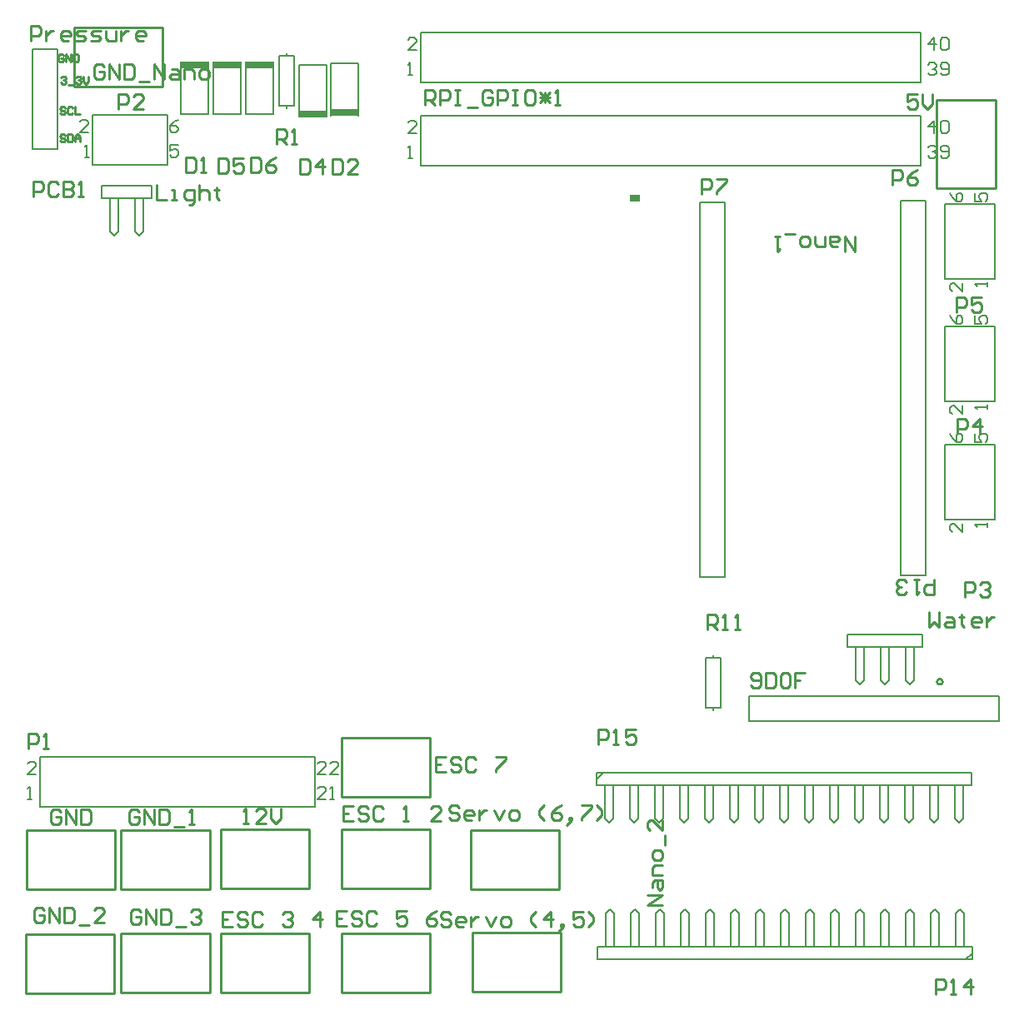
<source format=gto>
G04 Layer_Color=65535*
%FSLAX25Y25*%
%MOIN*%
G70*
G01*
G75*
%ADD15C,0.01000*%
%ADD50C,0.00787*%
%ADD51C,0.00800*%
%ADD52R,0.11024X0.03150*%
%ADD53R,0.11024X0.03150*%
%ADD54R,0.03937X0.02756*%
D15*
X467649Y226378D02*
G03*
X467649Y226378I-1114J0D01*
G01*
X178740Y155512D02*
Y167323D01*
X214173D01*
Y143701D02*
Y167323D01*
X178740Y143701D02*
X214173D01*
X178740D02*
Y155512D01*
X138976Y113780D02*
Y125591D01*
X174409D01*
Y101969D02*
Y125591D01*
X138976Y101969D02*
X174409D01*
X138976D02*
Y113780D01*
X101181Y155118D02*
Y166929D01*
X136614D01*
Y143307D02*
Y166929D01*
X101181Y143307D02*
X136614D01*
X101181D02*
Y155118D01*
X138976D02*
Y166929D01*
X174410D01*
Y143307D02*
Y166929D01*
X138976Y143307D02*
X174410D01*
X138976D02*
Y155118D01*
X100787Y113386D02*
Y125197D01*
X136220D01*
Y101575D02*
Y125197D01*
X100787Y101575D02*
X136220D01*
X100787D02*
Y113386D01*
X314173Y143307D02*
Y155118D01*
X278740Y143307D02*
X314173D01*
X278740D02*
Y166929D01*
X314173D01*
Y155118D02*
Y166929D01*
X477165Y459449D02*
X488976D01*
Y424016D02*
Y459449D01*
X465354Y424016D02*
X488976D01*
X465354D02*
Y459449D01*
X477165D01*
X314961Y102362D02*
Y114173D01*
X279528Y102362D02*
X314961D01*
X279528D02*
Y125984D01*
X314961D01*
Y114173D02*
Y125984D01*
X120079Y476378D02*
Y488189D01*
X155512D01*
Y464567D02*
Y488189D01*
X120079Y464567D02*
X155512D01*
X120079D02*
Y476378D01*
X227165Y192126D02*
Y203937D01*
X262598D01*
Y180315D02*
Y203937D01*
X227165Y180315D02*
X262598D01*
X227165D02*
Y192126D01*
X227165Y113779D02*
Y125590D01*
X262598D01*
Y101968D02*
Y125590D01*
X227165Y101968D02*
X262598D01*
X227165D02*
Y113779D01*
X178740Y113780D02*
Y125591D01*
X214173D01*
Y101969D02*
Y125591D01*
X178740Y101969D02*
X214173D01*
X178740D02*
Y113780D01*
X227165Y155512D02*
Y167323D01*
X262598D01*
Y143701D02*
Y167323D01*
X227165Y143701D02*
X262598D01*
X227165D02*
Y155512D01*
X115991Y477121D02*
X115492Y477621D01*
X114492D01*
X113992Y477121D01*
Y475122D01*
X114492Y474622D01*
X115492D01*
X115991Y475122D01*
Y476122D01*
X114992D01*
X116991Y474622D02*
Y477621D01*
X118991Y474622D01*
Y477621D01*
X119990D02*
Y474622D01*
X121490D01*
X121990Y475122D01*
Y477121D01*
X121490Y477621D01*
X119990D01*
X102756Y483071D02*
Y489069D01*
X105755D01*
X106755Y488069D01*
Y486070D01*
X105755Y485070D01*
X102756D01*
X108754Y487070D02*
Y483071D01*
Y485070D01*
X109754Y486070D01*
X110753Y487070D01*
X111753D01*
X117751Y483071D02*
X115752D01*
X114752Y484071D01*
Y486070D01*
X115752Y487070D01*
X117751D01*
X118751Y486070D01*
Y485070D01*
X114752D01*
X120750Y483071D02*
X123749D01*
X124749Y484071D01*
X123749Y485070D01*
X121750D01*
X120750Y486070D01*
X121750Y487070D01*
X124749D01*
X126748Y483071D02*
X129747D01*
X130747Y484071D01*
X129747Y485070D01*
X127748D01*
X126748Y486070D01*
X127748Y487070D01*
X130747D01*
X132746D02*
Y484071D01*
X133746Y483071D01*
X136745D01*
Y487070D01*
X138744D02*
Y483071D01*
Y485070D01*
X139744Y486070D01*
X140744Y487070D01*
X141743D01*
X147741Y483071D02*
X145742D01*
X144742Y484071D01*
Y486070D01*
X145742Y487070D01*
X147741D01*
X148741Y486070D01*
Y485070D01*
X144742D01*
X187795Y169685D02*
X189795D01*
X188795D01*
Y175683D01*
X187795Y174683D01*
X196792Y169685D02*
X192794D01*
X196792Y173684D01*
Y174683D01*
X195793Y175683D01*
X193793D01*
X192794Y174683D01*
X198792Y175683D02*
Y171684D01*
X200791Y169685D01*
X202790Y171684D01*
Y175683D01*
X103722Y420591D02*
Y426589D01*
X106721D01*
X107721Y425589D01*
Y423590D01*
X106721Y422590D01*
X103722D01*
X113719Y425589D02*
X112719Y426589D01*
X110720D01*
X109720Y425589D01*
Y421590D01*
X110720Y420591D01*
X112719D01*
X113719Y421590D01*
X115718Y426589D02*
Y420591D01*
X118717D01*
X119717Y421590D01*
Y422590D01*
X118717Y423590D01*
X115718D01*
X118717D01*
X119717Y424589D01*
Y425589D01*
X118717Y426589D01*
X115718D01*
X121716Y420591D02*
X123715D01*
X122716D01*
Y426589D01*
X121716Y425589D01*
X260531Y457185D02*
Y463183D01*
X263530D01*
X264530Y462183D01*
Y460184D01*
X263530Y459184D01*
X260531D01*
X262531D02*
X264530Y457185D01*
X266530D02*
Y463183D01*
X269529D01*
X270528Y462183D01*
Y460184D01*
X269529Y459184D01*
X266530D01*
X272528Y463183D02*
X274527D01*
X273527D01*
Y457185D01*
X272528D01*
X274527D01*
X277526Y456185D02*
X281525D01*
X287523Y462183D02*
X286523Y463183D01*
X284524D01*
X283524Y462183D01*
Y458185D01*
X284524Y457185D01*
X286523D01*
X287523Y458185D01*
Y460184D01*
X285523D01*
X289522Y457185D02*
Y463183D01*
X292521D01*
X293521Y462183D01*
Y460184D01*
X292521Y459184D01*
X289522D01*
X295520Y463183D02*
X297519D01*
X296520D01*
Y457185D01*
X295520D01*
X297519D01*
X303518Y463183D02*
X301518D01*
X300519Y462183D01*
Y458185D01*
X301518Y457185D01*
X303518D01*
X304517Y458185D01*
Y462183D01*
X303518Y463183D01*
X306517Y462183D02*
X310515Y458185D01*
X306517D02*
X310515Y462183D01*
X306517Y460184D02*
X310515D01*
X308516Y458185D02*
Y462183D01*
X312515Y457185D02*
X314514D01*
X313514D01*
Y463183D01*
X312515Y462183D01*
X274077Y175865D02*
X273078Y176864D01*
X271078D01*
X270079Y175865D01*
Y174865D01*
X271078Y173865D01*
X273078D01*
X274077Y172865D01*
Y171866D01*
X273078Y170866D01*
X271078D01*
X270079Y171866D01*
X279076Y170866D02*
X277077D01*
X276077Y171866D01*
Y173865D01*
X277077Y174865D01*
X279076D01*
X280076Y173865D01*
Y172865D01*
X276077D01*
X282075Y174865D02*
Y170866D01*
Y172865D01*
X283074Y173865D01*
X284074Y174865D01*
X285074D01*
X288073D02*
X290072Y170866D01*
X292072Y174865D01*
X295071Y170866D02*
X297070D01*
X298070Y171866D01*
Y173865D01*
X297070Y174865D01*
X295071D01*
X294071Y173865D01*
Y171866D01*
X295071Y170866D01*
X308066D02*
X306067Y172865D01*
Y174865D01*
X308066Y176864D01*
X315064D02*
X313065Y175865D01*
X311066Y173865D01*
Y171866D01*
X312065Y170866D01*
X314065D01*
X315064Y171866D01*
Y172865D01*
X314065Y173865D01*
X311066D01*
X318063Y169867D02*
X319063Y170866D01*
Y171866D01*
X318063D01*
Y170866D01*
X319063D01*
X318063Y169867D01*
X317063Y168867D01*
X323062Y176864D02*
X327060D01*
Y175865D01*
X323062Y171866D01*
Y170866D01*
X329060D02*
X331059Y172865D01*
Y174865D01*
X329060Y176864D01*
X270928Y133345D02*
X269928Y134344D01*
X267929D01*
X266929Y133345D01*
Y132345D01*
X267929Y131345D01*
X269928D01*
X270928Y130346D01*
Y129346D01*
X269928Y128347D01*
X267929D01*
X266929Y129346D01*
X275926Y128347D02*
X273927D01*
X272927Y129346D01*
Y131345D01*
X273927Y132345D01*
X275926D01*
X276926Y131345D01*
Y130346D01*
X272927D01*
X278925Y132345D02*
Y128347D01*
Y130346D01*
X279925Y131345D01*
X280925Y132345D01*
X281924D01*
X284923D02*
X286923Y128347D01*
X288922Y132345D01*
X291921Y128347D02*
X293920D01*
X294920Y129346D01*
Y131345D01*
X293920Y132345D01*
X291921D01*
X290921Y131345D01*
Y129346D01*
X291921Y128347D01*
X304917D02*
X302918Y130346D01*
Y132345D01*
X304917Y134344D01*
X310915Y128347D02*
Y134344D01*
X307916Y131345D01*
X311915D01*
X314914Y127347D02*
X315913Y128347D01*
Y129346D01*
X314914D01*
Y128347D01*
X315913D01*
X314914Y127347D01*
X313914Y126347D01*
X323911Y134344D02*
X319912D01*
Y131345D01*
X321911Y132345D01*
X322911D01*
X323911Y131345D01*
Y129346D01*
X322911Y128347D01*
X320912D01*
X319912Y129346D01*
X325910Y128347D02*
X327909Y130346D01*
Y132345D01*
X325910Y134344D01*
X373634Y247134D02*
Y253132D01*
X376633D01*
X377633Y252133D01*
Y250133D01*
X376633Y249134D01*
X373634D01*
X375634D02*
X377633Y247134D01*
X379632D02*
X381632D01*
X380632D01*
Y253132D01*
X379632Y252133D01*
X384631Y247134D02*
X386630D01*
X385630D01*
Y253132D01*
X384631Y252133D01*
X201181Y441732D02*
Y447730D01*
X204180D01*
X205180Y446731D01*
Y444731D01*
X204180Y443732D01*
X201181D01*
X203180D02*
X205180Y441732D01*
X207179D02*
X209178D01*
X208179D01*
Y447730D01*
X207179Y446731D01*
X329981Y201238D02*
Y207236D01*
X332980D01*
X333980Y206236D01*
Y204237D01*
X332980Y203237D01*
X329981D01*
X335979Y201238D02*
X337979D01*
X336979D01*
Y207236D01*
X335979Y206236D01*
X344976Y207236D02*
X340978D01*
Y204237D01*
X342977Y205236D01*
X343977D01*
X344976Y204237D01*
Y202237D01*
X343977Y201238D01*
X341977D01*
X340978Y202237D01*
X464803Y101181D02*
Y107179D01*
X467802D01*
X468802Y106179D01*
Y104180D01*
X467802Y103180D01*
X464803D01*
X470801Y101181D02*
X472800D01*
X471801D01*
Y107179D01*
X470801Y106179D01*
X478799Y101181D02*
Y107179D01*
X475800Y104180D01*
X479798D01*
X464173Y267244D02*
Y261246D01*
X461174D01*
X460175Y262246D01*
Y264245D01*
X461174Y265245D01*
X464173D01*
X458175Y267244D02*
X456176D01*
X457175D01*
Y261246D01*
X458175Y262246D01*
X453177D02*
X452177Y261246D01*
X450178D01*
X449178Y262246D01*
Y263245D01*
X450178Y264245D01*
X451177D01*
X450178D01*
X449178Y265245D01*
Y266244D01*
X450178Y267244D01*
X452177D01*
X453177Y266244D01*
X153150Y425289D02*
Y419291D01*
X157148D01*
X159148D02*
X161147D01*
X160147D01*
Y423290D01*
X159148D01*
X166145Y417292D02*
X167145D01*
X168145Y418292D01*
Y423290D01*
X165146D01*
X164146Y422290D01*
Y420291D01*
X165146Y419291D01*
X168145D01*
X170144Y425289D02*
Y419291D01*
Y422290D01*
X171144Y423290D01*
X173143D01*
X174143Y422290D01*
Y419291D01*
X177142Y424290D02*
Y423290D01*
X176142D01*
X178141D01*
X177142D01*
Y420291D01*
X178141Y419291D01*
X462362Y254423D02*
Y248425D01*
X464361Y250425D01*
X466361Y248425D01*
Y254423D01*
X469360Y252424D02*
X471359D01*
X472359Y251424D01*
Y248425D01*
X469360D01*
X468360Y249425D01*
X469360Y250425D01*
X472359D01*
X475358Y253424D02*
Y252424D01*
X474358D01*
X476358D01*
X475358D01*
Y249425D01*
X476358Y248425D01*
X482356D02*
X480356D01*
X479357Y249425D01*
Y251424D01*
X480356Y252424D01*
X482356D01*
X483355Y251424D01*
Y250425D01*
X479357D01*
X485355Y252424D02*
Y248425D01*
Y250425D01*
X486354Y251424D01*
X487354Y252424D01*
X488354D01*
X390700Y225100D02*
X391700Y224100D01*
X393699D01*
X394699Y225100D01*
Y229098D01*
X393699Y230098D01*
X391700D01*
X390700Y229098D01*
Y228099D01*
X391700Y227099D01*
X394699D01*
X396698Y230098D02*
Y224100D01*
X399697D01*
X400697Y225100D01*
Y229098D01*
X399697Y230098D01*
X396698D01*
X405695D02*
X403696D01*
X402696Y229098D01*
Y225100D01*
X403696Y224100D01*
X405695D01*
X406695Y225100D01*
Y229098D01*
X405695Y230098D01*
X412693D02*
X408694D01*
Y227099D01*
X410694D01*
X408694D01*
Y224100D01*
X371168Y421661D02*
Y427660D01*
X374167D01*
X375166Y426660D01*
Y424660D01*
X374167Y423661D01*
X371168D01*
X377166Y427660D02*
X381165D01*
Y426660D01*
X377166Y422661D01*
Y421661D01*
X447638Y425197D02*
Y431195D01*
X450637D01*
X451637Y430195D01*
Y428196D01*
X450637Y427196D01*
X447638D01*
X457635Y431195D02*
X455635Y430195D01*
X453636Y428196D01*
Y426196D01*
X454635Y425197D01*
X456635D01*
X457635Y426196D01*
Y427196D01*
X456635Y428196D01*
X453636D01*
X473228Y374410D02*
Y380408D01*
X476227D01*
X477227Y379408D01*
Y377409D01*
X476227Y376409D01*
X473228D01*
X483225Y380408D02*
X479226D01*
Y377409D01*
X481226Y378408D01*
X482226D01*
X483225Y377409D01*
Y375409D01*
X482226Y374410D01*
X480226D01*
X479226Y375409D01*
X473622Y325748D02*
Y331746D01*
X476621D01*
X477621Y330746D01*
Y328747D01*
X476621Y327747D01*
X473622D01*
X482619Y325748D02*
Y331746D01*
X479620Y328747D01*
X483619D01*
X476378Y260236D02*
Y266234D01*
X479377D01*
X480377Y265235D01*
Y263235D01*
X479377Y262236D01*
X476378D01*
X482376Y265235D02*
X483376Y266234D01*
X485375D01*
X486375Y265235D01*
Y264235D01*
X485375Y263235D01*
X484375D01*
X485375D01*
X486375Y262236D01*
Y261236D01*
X485375Y260236D01*
X483376D01*
X482376Y261236D01*
X137795Y455512D02*
Y461510D01*
X140794D01*
X141794Y460510D01*
Y458511D01*
X140794Y457511D01*
X137795D01*
X147792Y455512D02*
X143793D01*
X147792Y459511D01*
Y460510D01*
X146792Y461510D01*
X144793D01*
X143793Y460510D01*
X101822Y199692D02*
Y205690D01*
X104821D01*
X105821Y204691D01*
Y202691D01*
X104821Y201692D01*
X101822D01*
X107820Y199692D02*
X109819D01*
X108820D01*
Y205690D01*
X107820Y204691D01*
X355512Y137008D02*
X349514D01*
X355512Y141007D01*
X349514D01*
X351513Y144006D02*
Y146005D01*
X352513Y147005D01*
X355512D01*
Y144006D01*
X354512Y143006D01*
X353513Y144006D01*
Y147005D01*
X355512Y149004D02*
X351513D01*
Y152003D01*
X352513Y153003D01*
X355512D01*
Y156002D02*
Y158001D01*
X354512Y159001D01*
X352513D01*
X351513Y158001D01*
Y156002D01*
X352513Y155002D01*
X354512D01*
X355512Y156002D01*
X356512Y161000D02*
Y164999D01*
X355512Y170997D02*
Y166998D01*
X351513Y170997D01*
X350514D01*
X349514Y169997D01*
Y167998D01*
X350514Y166998D01*
X432677Y404567D02*
Y398569D01*
X428679Y404567D01*
Y398569D01*
X425679Y400568D02*
X423680D01*
X422680Y401568D01*
Y404567D01*
X425679D01*
X426679Y403567D01*
X425679Y402567D01*
X422680D01*
X420681Y404567D02*
Y400568D01*
X417682D01*
X416682Y401568D01*
Y404567D01*
X413683D02*
X411684D01*
X410684Y403567D01*
Y401568D01*
X411684Y400568D01*
X413683D01*
X414683Y401568D01*
Y403567D01*
X413683Y404567D01*
X408685Y405567D02*
X404686D01*
X402687Y404567D02*
X400688D01*
X401687D01*
Y398569D01*
X402687Y399569D01*
X115022Y174290D02*
X114023Y175289D01*
X112023D01*
X111024Y174290D01*
Y170291D01*
X112023Y169291D01*
X114023D01*
X115022Y170291D01*
Y172290D01*
X113023D01*
X117022Y169291D02*
Y175289D01*
X121020Y169291D01*
Y175289D01*
X123020D02*
Y169291D01*
X126019D01*
X127018Y170291D01*
Y174290D01*
X126019Y175289D01*
X123020D01*
X132345Y472715D02*
X131345Y473715D01*
X129346D01*
X128347Y472715D01*
Y468716D01*
X129346Y467717D01*
X131345D01*
X132345Y468716D01*
Y470716D01*
X130346D01*
X134344Y467717D02*
Y473715D01*
X138343Y467717D01*
Y473715D01*
X140343D02*
Y467717D01*
X143342D01*
X144341Y468716D01*
Y472715D01*
X143342Y473715D01*
X140343D01*
X146341Y466717D02*
X150339D01*
X152339Y467717D02*
Y473715D01*
X156337Y467717D01*
Y473715D01*
X159336Y471715D02*
X161336D01*
X162336Y470716D01*
Y467717D01*
X159336D01*
X158337Y468716D01*
X159336Y469716D01*
X162336D01*
X164335Y467717D02*
Y471715D01*
X167334D01*
X168333Y470716D01*
Y467717D01*
X171333D02*
X173332D01*
X174332Y468716D01*
Y470716D01*
X173332Y471715D01*
X171333D01*
X170333Y470716D01*
Y468716D01*
X171333Y467717D01*
X146912Y134132D02*
X145912Y135132D01*
X143913D01*
X142913Y134132D01*
Y130133D01*
X143913Y129134D01*
X145912D01*
X146912Y130133D01*
Y132133D01*
X144913D01*
X148911Y129134D02*
Y135132D01*
X152910Y129134D01*
Y135132D01*
X154910D02*
Y129134D01*
X157908D01*
X158908Y130133D01*
Y134132D01*
X157908Y135132D01*
X154910D01*
X160907Y128134D02*
X164906D01*
X166906Y134132D02*
X167905Y135132D01*
X169905D01*
X170904Y134132D01*
Y133133D01*
X169905Y132133D01*
X168905D01*
X169905D01*
X170904Y131133D01*
Y130133D01*
X169905Y129134D01*
X167905D01*
X166906Y130133D01*
X108329Y134920D02*
X107330Y135919D01*
X105330D01*
X104331Y134920D01*
Y130921D01*
X105330Y129921D01*
X107330D01*
X108329Y130921D01*
Y132920D01*
X106330D01*
X110329Y129921D02*
Y135919D01*
X114327Y129921D01*
Y135919D01*
X116327D02*
Y129921D01*
X119326D01*
X120326Y130921D01*
Y134920D01*
X119326Y135919D01*
X116327D01*
X122325Y128922D02*
X126324D01*
X132322Y129921D02*
X128323D01*
X132322Y133920D01*
Y134920D01*
X131322Y135919D01*
X129323D01*
X128323Y134920D01*
X146125Y174290D02*
X145125Y175289D01*
X143126D01*
X142126Y174290D01*
Y170291D01*
X143126Y169291D01*
X145125D01*
X146125Y170291D01*
Y172290D01*
X144125D01*
X148124Y169291D02*
Y175289D01*
X152123Y169291D01*
Y175289D01*
X154122D02*
Y169291D01*
X157121D01*
X158121Y170291D01*
Y174290D01*
X157121Y175289D01*
X154122D01*
X160120Y168292D02*
X164119D01*
X166118Y169291D02*
X168118D01*
X167118D01*
Y175289D01*
X166118Y174290D01*
X229195Y134738D02*
X225197D01*
Y128740D01*
X229195D01*
X225197Y131739D02*
X227196D01*
X235194Y133739D02*
X234194Y134738D01*
X232194D01*
X231195Y133739D01*
Y132739D01*
X232194Y131739D01*
X234194D01*
X235194Y130739D01*
Y129740D01*
X234194Y128740D01*
X232194D01*
X231195Y129740D01*
X241192Y133739D02*
X240192Y134738D01*
X238193D01*
X237193Y133739D01*
Y129740D01*
X238193Y128740D01*
X240192D01*
X241192Y129740D01*
X253188Y134738D02*
X249189D01*
Y131739D01*
X251188Y132739D01*
X252188D01*
X253188Y131739D01*
Y129740D01*
X252188Y128740D01*
X250189D01*
X249189Y129740D01*
X265184Y134738D02*
X263184Y133739D01*
X261185Y131739D01*
Y129740D01*
X262185Y128740D01*
X264184D01*
X265184Y129740D01*
Y130739D01*
X264184Y131739D01*
X261185D01*
X183526Y134344D02*
X179527D01*
Y128347D01*
X183526D01*
X179527Y131345D02*
X181527D01*
X189524Y133345D02*
X188525Y134344D01*
X186525D01*
X185526Y133345D01*
Y132345D01*
X186525Y131345D01*
X188525D01*
X189524Y130346D01*
Y129346D01*
X188525Y128347D01*
X186525D01*
X185526Y129346D01*
X195522Y133345D02*
X194523Y134344D01*
X192523D01*
X191524Y133345D01*
Y129346D01*
X192523Y128347D01*
X194523D01*
X195522Y129346D01*
X203520Y133345D02*
X204519Y134344D01*
X206519D01*
X207519Y133345D01*
Y132345D01*
X206519Y131345D01*
X205519D01*
X206519D01*
X207519Y130346D01*
Y129346D01*
X206519Y128347D01*
X204519D01*
X203520Y129346D01*
X218515Y128347D02*
Y134344D01*
X215516Y131345D01*
X219515D01*
X231951Y176471D02*
X227953D01*
Y170473D01*
X231951D01*
X227953Y173471D02*
X229952D01*
X237949Y175471D02*
X236950Y176471D01*
X234950D01*
X233951Y175471D01*
Y174471D01*
X234950Y173471D01*
X236950D01*
X237949Y172472D01*
Y171472D01*
X236950Y170473D01*
X234950D01*
X233951Y171472D01*
X243948Y175471D02*
X242948Y176471D01*
X240949D01*
X239949Y175471D01*
Y171472D01*
X240949Y170473D01*
X242948D01*
X243948Y171472D01*
X251945Y170473D02*
X253944D01*
X252945D01*
Y176471D01*
X251945Y175471D01*
X266940Y170473D02*
X262941D01*
X266940Y174471D01*
Y175471D01*
X265940Y176471D01*
X263941D01*
X262941Y175471D01*
X268959Y196156D02*
X264961D01*
Y190157D01*
X268959D01*
X264961Y193157D02*
X266960D01*
X274957Y195156D02*
X273958Y196156D01*
X271958D01*
X270959Y195156D01*
Y194156D01*
X271958Y193157D01*
X273958D01*
X274957Y192157D01*
Y191157D01*
X273958Y190157D01*
X271958D01*
X270959Y191157D01*
X280956Y195156D02*
X279956Y196156D01*
X277956D01*
X276957Y195156D01*
Y191157D01*
X277956Y190157D01*
X279956D01*
X280956Y191157D01*
X288953Y196156D02*
X292952D01*
Y195156D01*
X288953Y191157D01*
Y190157D01*
X190945Y436313D02*
Y430315D01*
X193944D01*
X194944Y431315D01*
Y435313D01*
X193944Y436313D01*
X190945D01*
X200942D02*
X198942Y435313D01*
X196943Y433314D01*
Y431315D01*
X197943Y430315D01*
X199942D01*
X200942Y431315D01*
Y432314D01*
X199942Y433314D01*
X196943D01*
X177953Y435919D02*
Y429921D01*
X180952D01*
X181951Y430921D01*
Y434920D01*
X180952Y435919D01*
X177953D01*
X187950D02*
X183951D01*
Y432920D01*
X185950Y433920D01*
X186950D01*
X187950Y432920D01*
Y430921D01*
X186950Y429921D01*
X184950D01*
X183951Y430921D01*
X210630Y435526D02*
Y429528D01*
X213629D01*
X214629Y430527D01*
Y434526D01*
X213629Y435526D01*
X210630D01*
X219627Y429528D02*
Y435526D01*
X216628Y432527D01*
X220627D01*
X223622Y435526D02*
Y429528D01*
X226621D01*
X227621Y430527D01*
Y434526D01*
X226621Y435526D01*
X223622D01*
X233619Y429528D02*
X229620D01*
X233619Y433526D01*
Y434526D01*
X232619Y435526D01*
X230620D01*
X229620Y434526D01*
X164961Y436313D02*
Y430315D01*
X167960D01*
X168959Y431315D01*
Y435313D01*
X167960Y436313D01*
X164961D01*
X170959Y430315D02*
X172958D01*
X171958D01*
Y436313D01*
X170959Y435313D01*
X457542Y461510D02*
X453543D01*
Y458511D01*
X455543Y459511D01*
X456542D01*
X457542Y458511D01*
Y456511D01*
X456542Y455512D01*
X454543D01*
X453543Y456511D01*
X459541Y461510D02*
Y457511D01*
X461541Y455512D01*
X463540Y457511D01*
Y461510D01*
X114961Y468247D02*
X115461Y468747D01*
X116460D01*
X116960Y468247D01*
Y467747D01*
X116460Y467247D01*
X115960D01*
X116460D01*
X116960Y466748D01*
Y466248D01*
X116460Y465748D01*
X115461D01*
X114961Y466248D01*
X117960Y465248D02*
X119959D01*
X120959Y468247D02*
X121458Y468747D01*
X122458D01*
X122958Y468247D01*
Y467747D01*
X122458Y467247D01*
X121958D01*
X122458D01*
X122958Y466748D01*
Y466248D01*
X122458Y465748D01*
X121458D01*
X120959Y466248D01*
X123958Y468747D02*
Y466748D01*
X124957Y465748D01*
X125957Y466748D01*
Y468747D01*
X116566Y456042D02*
X116067Y456542D01*
X115067D01*
X114567Y456042D01*
Y455543D01*
X115067Y455043D01*
X116067D01*
X116566Y454543D01*
Y454043D01*
X116067Y453543D01*
X115067D01*
X114567Y454043D01*
X119565Y456042D02*
X119065Y456542D01*
X118066D01*
X117566Y456042D01*
Y454043D01*
X118066Y453543D01*
X119065D01*
X119565Y454043D01*
X120565Y456542D02*
Y453543D01*
X122564D01*
X116566Y445019D02*
X116067Y445519D01*
X115067D01*
X114567Y445019D01*
Y444519D01*
X115067Y444019D01*
X116067D01*
X116566Y443519D01*
Y443019D01*
X116067Y442520D01*
X115067D01*
X114567Y443019D01*
X117566Y445519D02*
Y442520D01*
X119065D01*
X119565Y443019D01*
Y445019D01*
X119065Y445519D01*
X117566D01*
X120565Y442520D02*
Y444519D01*
X121565Y445519D01*
X122564Y444519D01*
Y442520D01*
Y444019D01*
X120565D01*
D50*
X103661Y439724D02*
X113661D01*
X103661D02*
Y479724D01*
X113661Y439724D02*
Y479724D01*
X103661D02*
X113661D01*
X450906Y269016D02*
Y419016D01*
X460906Y269016D02*
Y411516D01*
Y419016D01*
X450906D02*
X460906D01*
X450906Y269016D02*
X460906D01*
X188976Y453740D02*
X200000D01*
X188976D02*
Y474606D01*
X200000Y453740D02*
Y474606D01*
X175984Y453740D02*
X187008D01*
X175984D02*
Y474606D01*
X187008Y453740D02*
Y474606D01*
X429646Y240394D02*
X459646D01*
Y245394D01*
X429646Y240394D02*
Y245394D01*
X459646D01*
X432979Y227060D02*
Y240394D01*
Y227060D02*
X434646Y225394D01*
X436312Y227060D01*
Y240394D01*
X442979Y227060D02*
Y240394D01*
Y227060D02*
X444646Y225394D01*
X446312Y227060D01*
Y240394D01*
X452979Y227060D02*
Y240394D01*
Y227060D02*
X454646Y225394D01*
X456312Y227060D01*
Y240394D01*
X329488Y115236D02*
X471988D01*
X476988D02*
X479488Y117736D01*
X471988Y115236D02*
X479488D01*
X332822Y120236D02*
Y133570D01*
X334488Y135236D01*
X336155Y133570D01*
Y120236D02*
Y133570D01*
X342822Y120236D02*
Y133570D01*
X344488Y135236D01*
X346155Y133570D01*
Y120236D02*
Y133570D01*
X352822Y120236D02*
Y133570D01*
X354488Y135236D01*
X356155Y133570D01*
Y120236D02*
Y133570D01*
X362822Y120236D02*
Y133570D01*
X364488Y135236D01*
X366155Y133570D01*
Y120236D02*
Y133570D01*
X372822Y120236D02*
Y133570D01*
X374488Y135236D01*
X376155Y133570D01*
Y120236D02*
Y133570D01*
X382822Y120236D02*
Y133570D01*
X384488Y135236D01*
X386155Y133570D01*
Y120236D02*
Y133570D01*
X392822Y120236D02*
Y133570D01*
X394488Y135236D01*
X396155Y133570D01*
Y120236D02*
Y133570D01*
X402822Y120236D02*
Y133570D01*
X404488Y135236D01*
X406155Y133570D01*
Y120236D02*
Y133570D01*
X412821Y120236D02*
Y133570D01*
X414488Y135236D01*
X416155Y133570D01*
Y120236D02*
Y133570D01*
X422821Y120236D02*
Y133570D01*
X424488Y135236D01*
X426155Y133570D01*
Y120236D02*
Y133570D01*
X432821Y120236D02*
Y133570D01*
X434488Y135236D01*
X436155Y133570D01*
Y120236D02*
Y133570D01*
X442821Y120236D02*
Y133570D01*
X444488Y135236D01*
X446155Y133570D01*
Y120236D02*
Y133570D01*
X452821Y120236D02*
Y133570D01*
X454488Y135236D01*
X456155Y133570D01*
Y120236D02*
Y133570D01*
X462821Y120236D02*
Y133570D01*
X464488Y135236D01*
X466155Y133570D01*
Y120236D02*
Y133570D01*
X472821Y120236D02*
Y133570D01*
X474488Y135236D01*
X476155Y133570D01*
Y120236D02*
Y133570D01*
X329488Y115236D02*
Y120236D01*
X479488D01*
Y115236D02*
Y120236D01*
X222835Y473819D02*
X233858D01*
Y452953D02*
Y473819D01*
X222835Y452953D02*
Y473819D01*
X210236Y473425D02*
X221260D01*
Y452559D02*
Y473425D01*
X210236Y452559D02*
Y473425D01*
X202118Y476929D02*
X205118D01*
X202118Y456929D02*
Y476929D01*
Y456929D02*
X208118D01*
Y476929D01*
X205118D02*
X208118D01*
X205118Y456029D02*
Y456929D01*
Y476929D02*
Y477829D01*
X162992Y453740D02*
X174016D01*
X162992D02*
Y474606D01*
X174016Y453740D02*
Y474606D01*
X157520Y433425D02*
Y453425D01*
X127520Y433425D02*
Y453425D01*
X157520D01*
X127520Y433425D02*
X157520D01*
X138353D02*
X157520D01*
X468622Y368543D02*
X488622D01*
X468622Y338543D02*
X488622D01*
X468622D02*
Y368543D01*
X488622Y338543D02*
Y368543D01*
Y349377D02*
Y368543D01*
X468622Y417756D02*
X488622D01*
X468622Y387756D02*
X488622D01*
X468622D02*
Y417756D01*
X488622Y387756D02*
Y417756D01*
Y398589D02*
Y417756D01*
X468622Y321299D02*
X488622D01*
X468622Y291299D02*
X488622D01*
X468622D02*
Y321299D01*
X488622Y291299D02*
Y321299D01*
Y302133D02*
Y321299D01*
X258780Y433032D02*
X458780D01*
X258780Y453032D02*
X458780D01*
X258780Y433032D02*
Y453032D01*
X458780Y433032D02*
Y453032D01*
X258780Y466260D02*
X458780D01*
X258780Y486260D02*
X458780D01*
X258780Y466260D02*
Y486260D01*
X458780Y466260D02*
Y486260D01*
X372984Y235984D02*
X375984D01*
X372984Y215984D02*
Y235984D01*
Y215984D02*
X378984D01*
Y235984D01*
X375984D02*
X378984D01*
X375984Y215084D02*
Y215984D01*
Y235984D02*
Y236884D01*
X336831Y189882D02*
X479331D01*
X329331Y187382D02*
X331831Y189882D01*
X329331D02*
X336831D01*
X475997Y171548D02*
Y184882D01*
X474331Y169882D02*
X475997Y171548D01*
X472664D02*
X474331Y169882D01*
X472664Y171548D02*
Y184882D01*
X465997Y171548D02*
Y184882D01*
X464331Y169882D02*
X465997Y171548D01*
X462664D02*
X464331Y169882D01*
X462664Y171548D02*
Y184882D01*
X455997Y171548D02*
Y184882D01*
X454331Y169882D02*
X455997Y171548D01*
X452664D02*
X454331Y169882D01*
X452664Y171548D02*
Y184882D01*
X445997Y171548D02*
Y184882D01*
X444331Y169882D02*
X445997Y171548D01*
X442664D02*
X444331Y169882D01*
X442664Y171548D02*
Y184882D01*
X435997Y171548D02*
Y184882D01*
X434331Y169882D02*
X435997Y171548D01*
X432664D02*
X434331Y169882D01*
X432664Y171548D02*
Y184882D01*
X425997Y171548D02*
Y184882D01*
X424331Y169882D02*
X425997Y171548D01*
X422664D02*
X424331Y169882D01*
X422664Y171548D02*
Y184882D01*
X415997Y171548D02*
Y184882D01*
X414331Y169882D02*
X415997Y171548D01*
X412664D02*
X414331Y169882D01*
X412664Y171548D02*
Y184882D01*
X405997Y171548D02*
Y184882D01*
X404331Y169882D02*
X405997Y171548D01*
X402664D02*
X404331Y169882D01*
X402664Y171548D02*
Y184882D01*
X395998Y171548D02*
Y184882D01*
X394331Y169882D02*
X395998Y171548D01*
X392664D02*
X394331Y169882D01*
X392664Y171548D02*
Y184882D01*
X385998Y171548D02*
Y184882D01*
X384331Y169882D02*
X385998Y171548D01*
X382664D02*
X384331Y169882D01*
X382664Y171548D02*
Y184882D01*
X375998Y171548D02*
Y184882D01*
X374331Y169882D02*
X375998Y171548D01*
X372664D02*
X374331Y169882D01*
X372664Y171548D02*
Y184882D01*
X365998Y171548D02*
Y184882D01*
X364331Y169882D02*
X365998Y171548D01*
X362664D02*
X364331Y169882D01*
X362664Y171548D02*
Y184882D01*
X355998Y171548D02*
Y184882D01*
X354331Y169882D02*
X355998Y171548D01*
X352664D02*
X354331Y169882D01*
X352664Y171548D02*
Y184882D01*
X345998Y171548D02*
Y184882D01*
X344331Y169882D02*
X345998Y171548D01*
X342664D02*
X344331Y169882D01*
X342664Y171548D02*
Y184882D01*
X335998Y171548D02*
Y184882D01*
X334331Y169882D02*
X335998Y171548D01*
X332664D02*
X334331Y169882D01*
X332664Y171548D02*
Y184882D01*
X479331D02*
Y189882D01*
X329331Y184882D02*
X479331D01*
X329331D02*
Y189882D01*
X380591Y268228D02*
Y418228D01*
X370591Y275728D02*
Y418228D01*
Y268228D02*
Y275728D01*
Y268228D02*
X380591D01*
X370591Y418228D02*
X380591D01*
X390118Y210748D02*
X482618D01*
X490118D01*
Y220748D01*
X390118D02*
X490118D01*
X390118Y210748D02*
Y220748D01*
X216575Y176339D02*
Y196339D01*
X106575Y176339D02*
X216575D01*
X106575Y196339D02*
X216575D01*
X106575Y176339D02*
Y196339D01*
X147887Y406588D02*
Y419921D01*
X146220Y404921D02*
X147887Y406588D01*
X144554D02*
X146220Y404921D01*
X144554Y406588D02*
Y419921D01*
X137887Y406588D02*
Y419921D01*
X136220Y404921D02*
X137887Y406588D01*
X134554D02*
X136220Y404921D01*
X134554Y406588D02*
Y419921D01*
X131220Y424921D02*
X151220D01*
X131220Y419921D02*
Y424921D01*
X151220Y419921D02*
Y424921D01*
X131220Y419921D02*
X151220D01*
D51*
X161852Y451423D02*
X160186Y450590D01*
X158520Y448924D01*
Y447258D01*
X159353Y446425D01*
X161019D01*
X161852Y447258D01*
Y448091D01*
X161019Y448924D01*
X158520D01*
X161852Y441423D02*
X158520D01*
Y438924D01*
X160186Y439757D01*
X161019D01*
X161852Y438924D01*
Y437258D01*
X161019Y436425D01*
X159353D01*
X158520Y437258D01*
X125852Y446425D02*
X122520D01*
X125852Y449757D01*
Y450590D01*
X125019Y451423D01*
X123353D01*
X122520Y450590D01*
X124520Y436425D02*
X126186D01*
X125353D01*
Y441423D01*
X124520Y440590D01*
X470624Y372875D02*
X471457Y371209D01*
X473123Y369543D01*
X474789D01*
X475622Y370376D01*
Y372042D01*
X474789Y372875D01*
X473956D01*
X473123Y372042D01*
Y369543D01*
X480624Y372875D02*
Y369543D01*
X483123D01*
X482290Y371209D01*
Y372042D01*
X483123Y372875D01*
X484789D01*
X485622Y372042D01*
Y370376D01*
X484789Y369543D01*
X475622Y336876D02*
Y333543D01*
X472290Y336876D01*
X471457D01*
X470624Y336042D01*
Y334376D01*
X471457Y333543D01*
X485622Y335543D02*
Y337209D01*
Y336376D01*
X480624D01*
X481457Y335543D01*
X470624Y422088D02*
X471457Y420422D01*
X473123Y418756D01*
X474789D01*
X475622Y419589D01*
Y421255D01*
X474789Y422088D01*
X473956D01*
X473123Y421255D01*
Y418756D01*
X480624Y422088D02*
Y418756D01*
X483123D01*
X482290Y420422D01*
Y421255D01*
X483123Y422088D01*
X484789D01*
X485622Y421255D01*
Y419589D01*
X484789Y418756D01*
X475622Y386088D02*
Y382756D01*
X472290Y386088D01*
X471457D01*
X470624Y385255D01*
Y383589D01*
X471457Y382756D01*
X485622Y384756D02*
Y386422D01*
Y385589D01*
X480624D01*
X481457Y384756D01*
X470624Y325631D02*
X471457Y323965D01*
X473123Y322299D01*
X474789D01*
X475622Y323132D01*
Y324798D01*
X474789Y325631D01*
X473956D01*
X473123Y324798D01*
Y322299D01*
X480624Y325631D02*
Y322299D01*
X483123D01*
X482290Y323965D01*
Y324798D01*
X483123Y325631D01*
X484789D01*
X485622Y324798D01*
Y323132D01*
X484789Y322299D01*
X475622Y289631D02*
Y286299D01*
X472290Y289631D01*
X471457D01*
X470624Y288798D01*
Y287132D01*
X471457Y286299D01*
X485622Y288299D02*
Y289965D01*
Y289132D01*
X480624D01*
X481457Y288299D01*
X253780Y436031D02*
X255446D01*
X254613D01*
Y441030D01*
X253780Y440197D01*
X257112Y446032D02*
X253780D01*
X257112Y449364D01*
Y450197D01*
X256279Y451030D01*
X254613D01*
X253780Y450197D01*
X464279Y446032D02*
Y451030D01*
X461779Y448531D01*
X465112D01*
X466778Y450197D02*
X467611Y451030D01*
X469277D01*
X470110Y450197D01*
Y446865D01*
X469277Y446032D01*
X467611D01*
X466778Y446865D01*
Y450197D01*
X461779Y440197D02*
X462613Y441030D01*
X464279D01*
X465112Y440197D01*
Y439364D01*
X464279Y438531D01*
X463446D01*
X464279D01*
X465112Y437698D01*
Y436865D01*
X464279Y436031D01*
X462613D01*
X461779Y436865D01*
X466778D02*
X467611Y436031D01*
X469277D01*
X470110Y436865D01*
Y440197D01*
X469277Y441030D01*
X467611D01*
X466778Y440197D01*
Y439364D01*
X467611Y438531D01*
X470110D01*
X253780Y469260D02*
X255446D01*
X254613D01*
Y474258D01*
X253780Y473425D01*
X257112Y479260D02*
X253780D01*
X257112Y482592D01*
Y483425D01*
X256279Y484258D01*
X254613D01*
X253780Y483425D01*
X464279Y479260D02*
Y484258D01*
X461779Y481759D01*
X465112D01*
X466778Y483425D02*
X467611Y484258D01*
X469277D01*
X470110Y483425D01*
Y480093D01*
X469277Y479260D01*
X467611D01*
X466778Y480093D01*
Y483425D01*
X461779Y473425D02*
X462613Y474258D01*
X464279D01*
X465112Y473425D01*
Y472592D01*
X464279Y471759D01*
X463446D01*
X464279D01*
X465112Y470926D01*
Y470093D01*
X464279Y469260D01*
X462613D01*
X461779Y470093D01*
X466778D02*
X467611Y469260D01*
X469277D01*
X470110Y470093D01*
Y473425D01*
X469277Y474258D01*
X467611D01*
X466778Y473425D01*
Y472592D01*
X467611Y471759D01*
X470110D01*
X220907Y189339D02*
X217575D01*
X220907Y192671D01*
Y193504D01*
X220074Y194337D01*
X218408D01*
X217575Y193504D01*
X225905Y189339D02*
X222573D01*
X225905Y192671D01*
Y193504D01*
X225072Y194337D01*
X223406D01*
X222573Y193504D01*
X220907Y179339D02*
X217575D01*
X220907Y182671D01*
Y183504D01*
X220074Y184337D01*
X218408D01*
X217575Y183504D01*
X222573Y179339D02*
X224239D01*
X223406D01*
Y184337D01*
X222573Y183504D01*
X104907Y189339D02*
X101575D01*
X104907Y192671D01*
Y193504D01*
X104074Y194337D01*
X102408D01*
X101575Y193504D01*
Y179339D02*
X103241D01*
X102408D01*
Y184337D01*
X101575Y183504D01*
D52*
X194489Y473425D02*
D03*
X228346Y454138D02*
D03*
X215748Y453740D02*
D03*
D53*
X181498Y473425D02*
D03*
X168507Y473424D02*
D03*
D54*
X344488Y419882D02*
D03*
M02*

</source>
